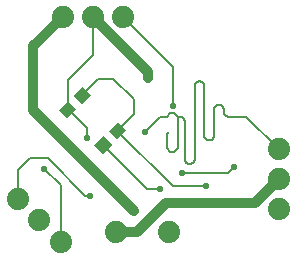
<source format=gbr>
G04 EAGLE Gerber RS-274X export*
G75*
%MOMM*%
%FSLAX34Y34*%
%LPD*%
%INBottom Copper*%
%IPPOS*%
%AMOC8*
5,1,8,0,0,1.08239X$1,22.5*%
G01*
G04 Define Apertures*
%ADD10C,1.879600*%
%ADD11R,1.100000X1.000000*%
%ADD12C,0.200000*%
%ADD13C,0.550000*%
%ADD14C,0.812800*%
%ADD15C,0.800000*%
D10*
X145000Y25000D03*
X100000Y25000D03*
X54600Y207500D03*
X80000Y207500D03*
X105400Y207500D03*
X237500Y95400D03*
X237500Y70000D03*
X237500Y44600D03*
D11*
G36*
X66414Y129343D02*
X58637Y121566D01*
X51566Y128637D01*
X59343Y136414D01*
X66414Y129343D01*
G37*
G36*
X78434Y141363D02*
X70657Y133586D01*
X63586Y140657D01*
X71363Y148434D01*
X78434Y141363D01*
G37*
G36*
X96414Y99343D02*
X88637Y91566D01*
X81566Y98637D01*
X89343Y106414D01*
X96414Y99343D01*
G37*
G36*
X108434Y111363D02*
X100657Y103586D01*
X93586Y110657D01*
X101363Y118434D01*
X108434Y111363D01*
G37*
D10*
X52961Y17039D03*
X35000Y35000D03*
X17039Y52961D03*
D12*
X88990Y98990D02*
X125979Y62000D01*
X137000Y62000D01*
D13*
X137000Y62000D03*
D12*
X75000Y112979D02*
X58990Y128990D01*
X75000Y112979D02*
X75000Y105000D01*
D13*
X75000Y105000D03*
D14*
X127000Y156000D02*
X127000Y160500D01*
X80000Y207500D01*
D15*
X127000Y156000D03*
D12*
X80000Y175000D02*
X80000Y207500D01*
X80000Y175000D02*
X58990Y153990D01*
X58990Y128990D01*
D14*
X217500Y50000D02*
X237500Y70000D01*
X217500Y50000D02*
X142500Y50000D01*
X117500Y25000D01*
X100000Y25000D01*
X29600Y182500D02*
X54600Y207500D01*
X29600Y182500D02*
X29600Y128400D01*
X115000Y43000D01*
D15*
X115000Y43000D03*
D13*
X78000Y56000D03*
D12*
X74000Y56000D01*
X42456Y87544D01*
X27118Y87544D01*
X17039Y77466D01*
X17039Y52961D01*
D13*
X200000Y80000D03*
X156000Y75000D03*
D12*
X195000Y75000D02*
X200000Y80000D01*
X195000Y75000D02*
X156000Y75000D01*
X115000Y125000D02*
X101010Y111010D01*
D13*
X176000Y64000D03*
D12*
X148021Y64000D01*
X101010Y111010D01*
X115000Y125000D02*
X115000Y137500D01*
X97500Y155000D01*
X85000Y155000D01*
X71010Y141010D01*
D13*
X124000Y110000D03*
D12*
X137000Y123000D01*
X143000Y123000D01*
X143000Y96000D02*
X146000Y93000D01*
X149000Y93000D01*
X152000Y96000D01*
X152000Y123000D01*
X146000Y126000D02*
X143000Y123000D01*
X146000Y126000D02*
X149000Y126000D01*
X152000Y123000D01*
X154000Y123000D01*
X154127Y122998D01*
X154254Y122992D01*
X154381Y122982D01*
X154507Y122969D01*
X154633Y122951D01*
X154758Y122930D01*
X154882Y122904D01*
X155006Y122875D01*
X155129Y122843D01*
X155251Y122806D01*
X155371Y122766D01*
X155490Y122721D01*
X155608Y122674D01*
X155724Y122622D01*
X155839Y122568D01*
X155952Y122509D01*
X156063Y122447D01*
X156172Y122382D01*
X156279Y122314D01*
X156383Y122242D01*
X156486Y122167D01*
X156586Y122089D01*
X156684Y122008D01*
X156779Y121923D01*
X156872Y121836D01*
X156961Y121747D01*
X157048Y121654D01*
X157133Y121559D01*
X157214Y121461D01*
X157292Y121361D01*
X157367Y121258D01*
X157439Y121154D01*
X157507Y121047D01*
X157572Y120938D01*
X157634Y120827D01*
X157693Y120714D01*
X157747Y120599D01*
X157799Y120483D01*
X157846Y120365D01*
X157891Y120246D01*
X157931Y120126D01*
X157968Y120004D01*
X158000Y119881D01*
X158029Y119757D01*
X158055Y119633D01*
X158076Y119508D01*
X158094Y119382D01*
X158107Y119256D01*
X158117Y119129D01*
X158123Y119002D01*
X158125Y118875D01*
X158125Y87125D01*
X158127Y86998D01*
X158133Y86871D01*
X158143Y86744D01*
X158156Y86618D01*
X158174Y86492D01*
X158195Y86367D01*
X158221Y86243D01*
X158250Y86119D01*
X158282Y85996D01*
X158319Y85874D01*
X158359Y85754D01*
X158404Y85635D01*
X158451Y85517D01*
X158503Y85401D01*
X158557Y85286D01*
X158616Y85173D01*
X158678Y85063D01*
X158743Y84953D01*
X158811Y84846D01*
X158883Y84742D01*
X158958Y84639D01*
X159036Y84539D01*
X159117Y84441D01*
X159202Y84346D01*
X159289Y84253D01*
X159378Y84164D01*
X159471Y84077D01*
X159566Y83992D01*
X159664Y83911D01*
X159764Y83833D01*
X159867Y83758D01*
X159971Y83686D01*
X160078Y83618D01*
X160188Y83553D01*
X160298Y83491D01*
X160411Y83432D01*
X160526Y83378D01*
X160642Y83326D01*
X160760Y83279D01*
X160879Y83234D01*
X160999Y83194D01*
X161121Y83157D01*
X161244Y83125D01*
X161368Y83096D01*
X161492Y83070D01*
X161617Y83049D01*
X161743Y83031D01*
X161869Y83018D01*
X161996Y83008D01*
X162123Y83002D01*
X162250Y83000D01*
X162377Y83002D01*
X162504Y83008D01*
X162631Y83018D01*
X162757Y83031D01*
X162883Y83049D01*
X163008Y83070D01*
X163132Y83096D01*
X163256Y83125D01*
X163379Y83157D01*
X163501Y83194D01*
X163621Y83234D01*
X163740Y83279D01*
X163858Y83326D01*
X163974Y83378D01*
X164089Y83432D01*
X164202Y83491D01*
X164313Y83553D01*
X164422Y83618D01*
X164529Y83686D01*
X164633Y83758D01*
X164736Y83833D01*
X164836Y83911D01*
X164934Y83992D01*
X165029Y84077D01*
X165122Y84164D01*
X165211Y84253D01*
X165298Y84346D01*
X165383Y84441D01*
X165464Y84539D01*
X165542Y84639D01*
X165617Y84742D01*
X165689Y84846D01*
X165757Y84953D01*
X165822Y85062D01*
X165884Y85173D01*
X165943Y85286D01*
X165997Y85401D01*
X166049Y85517D01*
X166096Y85635D01*
X166141Y85754D01*
X166181Y85874D01*
X166218Y85996D01*
X166250Y86119D01*
X166279Y86243D01*
X166305Y86367D01*
X166326Y86492D01*
X166344Y86618D01*
X166357Y86744D01*
X166367Y86871D01*
X166373Y86998D01*
X166375Y87125D01*
X166375Y148875D01*
X166377Y149002D01*
X166383Y149129D01*
X166393Y149256D01*
X166406Y149382D01*
X166424Y149508D01*
X166445Y149633D01*
X166471Y149757D01*
X166500Y149881D01*
X166532Y150004D01*
X166569Y150126D01*
X166609Y150246D01*
X166654Y150365D01*
X166701Y150483D01*
X166753Y150599D01*
X166807Y150714D01*
X166866Y150827D01*
X166928Y150938D01*
X166993Y151047D01*
X167061Y151154D01*
X167133Y151258D01*
X167208Y151361D01*
X167286Y151461D01*
X167367Y151559D01*
X167452Y151654D01*
X167539Y151747D01*
X167628Y151836D01*
X167721Y151923D01*
X167816Y152008D01*
X167914Y152089D01*
X168014Y152167D01*
X168117Y152242D01*
X168221Y152314D01*
X168328Y152382D01*
X168438Y152447D01*
X168548Y152509D01*
X168661Y152568D01*
X168776Y152622D01*
X168892Y152674D01*
X169010Y152721D01*
X169129Y152766D01*
X169249Y152806D01*
X169371Y152843D01*
X169494Y152875D01*
X169618Y152904D01*
X169742Y152930D01*
X169867Y152951D01*
X169993Y152969D01*
X170119Y152982D01*
X170246Y152992D01*
X170373Y152998D01*
X170500Y153000D01*
X170627Y152998D01*
X170754Y152992D01*
X170881Y152982D01*
X171007Y152969D01*
X171133Y152951D01*
X171258Y152930D01*
X171382Y152904D01*
X171506Y152875D01*
X171629Y152843D01*
X171751Y152806D01*
X171871Y152766D01*
X171990Y152721D01*
X172108Y152674D01*
X172224Y152622D01*
X172339Y152568D01*
X172452Y152509D01*
X172563Y152447D01*
X172672Y152382D01*
X172779Y152314D01*
X172883Y152242D01*
X172986Y152167D01*
X173086Y152089D01*
X173184Y152008D01*
X173279Y151923D01*
X173372Y151836D01*
X173461Y151747D01*
X173548Y151654D01*
X173633Y151559D01*
X173714Y151461D01*
X173792Y151361D01*
X173867Y151258D01*
X173939Y151154D01*
X174007Y151047D01*
X174072Y150938D01*
X174134Y150827D01*
X174193Y150714D01*
X174247Y150599D01*
X174299Y150483D01*
X174346Y150365D01*
X174391Y150246D01*
X174431Y150126D01*
X174468Y150004D01*
X174500Y149881D01*
X174529Y149757D01*
X174555Y149633D01*
X174576Y149508D01*
X174594Y149382D01*
X174607Y149256D01*
X174617Y149129D01*
X174623Y149002D01*
X174625Y148875D01*
X174625Y107125D01*
X174627Y106998D01*
X174633Y106871D01*
X174643Y106744D01*
X174656Y106618D01*
X174674Y106492D01*
X174695Y106367D01*
X174721Y106243D01*
X174750Y106119D01*
X174782Y105996D01*
X174819Y105874D01*
X174859Y105754D01*
X174904Y105635D01*
X174951Y105517D01*
X175003Y105401D01*
X175057Y105286D01*
X175116Y105173D01*
X175178Y105063D01*
X175243Y104953D01*
X175311Y104846D01*
X175383Y104742D01*
X175458Y104639D01*
X175536Y104539D01*
X175617Y104441D01*
X175702Y104346D01*
X175789Y104253D01*
X175878Y104164D01*
X175971Y104077D01*
X176066Y103992D01*
X176164Y103911D01*
X176264Y103833D01*
X176367Y103758D01*
X176471Y103686D01*
X176578Y103618D01*
X176688Y103553D01*
X176798Y103491D01*
X176911Y103432D01*
X177026Y103378D01*
X177142Y103326D01*
X177260Y103279D01*
X177379Y103234D01*
X177499Y103194D01*
X177621Y103157D01*
X177744Y103125D01*
X177868Y103096D01*
X177992Y103070D01*
X178117Y103049D01*
X178243Y103031D01*
X178369Y103018D01*
X178496Y103008D01*
X178623Y103002D01*
X178750Y103000D01*
X178877Y103002D01*
X179004Y103008D01*
X179131Y103018D01*
X179257Y103031D01*
X179383Y103049D01*
X179508Y103070D01*
X179632Y103096D01*
X179756Y103125D01*
X179879Y103157D01*
X180001Y103194D01*
X180121Y103234D01*
X180240Y103279D01*
X180358Y103326D01*
X180474Y103378D01*
X180589Y103432D01*
X180702Y103491D01*
X180813Y103553D01*
X180922Y103618D01*
X181029Y103686D01*
X181133Y103758D01*
X181236Y103833D01*
X181336Y103911D01*
X181434Y103992D01*
X181529Y104077D01*
X181622Y104164D01*
X181711Y104253D01*
X181798Y104346D01*
X181883Y104441D01*
X181964Y104539D01*
X182042Y104639D01*
X182117Y104742D01*
X182189Y104846D01*
X182257Y104953D01*
X182322Y105062D01*
X182384Y105173D01*
X182443Y105286D01*
X182497Y105401D01*
X182549Y105517D01*
X182596Y105635D01*
X182641Y105754D01*
X182681Y105874D01*
X182718Y105996D01*
X182750Y106119D01*
X182779Y106243D01*
X182805Y106367D01*
X182826Y106492D01*
X182844Y106618D01*
X182857Y106744D01*
X182867Y106871D01*
X182873Y106998D01*
X182875Y107125D01*
X182875Y128875D01*
X182877Y129002D01*
X182883Y129129D01*
X182893Y129256D01*
X182906Y129382D01*
X182924Y129508D01*
X182945Y129633D01*
X182971Y129757D01*
X183000Y129881D01*
X183032Y130004D01*
X183069Y130126D01*
X183109Y130246D01*
X183154Y130365D01*
X183201Y130483D01*
X183253Y130599D01*
X183307Y130714D01*
X183366Y130827D01*
X183428Y130938D01*
X183493Y131047D01*
X183561Y131154D01*
X183633Y131258D01*
X183708Y131361D01*
X183786Y131461D01*
X183867Y131559D01*
X183952Y131654D01*
X184039Y131747D01*
X184128Y131836D01*
X184221Y131923D01*
X184316Y132008D01*
X184414Y132089D01*
X184514Y132167D01*
X184617Y132242D01*
X184721Y132314D01*
X184828Y132382D01*
X184938Y132447D01*
X185048Y132509D01*
X185161Y132568D01*
X185276Y132622D01*
X185392Y132674D01*
X185510Y132721D01*
X185629Y132766D01*
X185749Y132806D01*
X185871Y132843D01*
X185994Y132875D01*
X186118Y132904D01*
X186242Y132930D01*
X186367Y132951D01*
X186493Y132969D01*
X186619Y132982D01*
X186746Y132992D01*
X186873Y132998D01*
X187000Y133000D01*
X187127Y132998D01*
X187254Y132992D01*
X187381Y132982D01*
X187507Y132969D01*
X187633Y132951D01*
X187758Y132930D01*
X187882Y132904D01*
X188006Y132875D01*
X188129Y132843D01*
X188251Y132806D01*
X188371Y132766D01*
X188490Y132721D01*
X188608Y132674D01*
X188724Y132622D01*
X188839Y132568D01*
X188952Y132509D01*
X189063Y132447D01*
X189172Y132382D01*
X189279Y132314D01*
X189383Y132242D01*
X189486Y132167D01*
X189586Y132089D01*
X189684Y132008D01*
X189779Y131923D01*
X189872Y131836D01*
X189961Y131747D01*
X190048Y131654D01*
X190133Y131559D01*
X190214Y131461D01*
X190292Y131361D01*
X190367Y131258D01*
X190439Y131154D01*
X190507Y131047D01*
X190572Y130938D01*
X190634Y130827D01*
X190693Y130714D01*
X190747Y130599D01*
X190799Y130483D01*
X190846Y130365D01*
X190891Y130246D01*
X190931Y130126D01*
X190968Y130004D01*
X191000Y129881D01*
X191029Y129757D01*
X191055Y129633D01*
X191076Y129508D01*
X191094Y129382D01*
X191107Y129256D01*
X191117Y129129D01*
X191123Y129002D01*
X191125Y128875D01*
X191125Y127125D01*
X191127Y126998D01*
X191133Y126871D01*
X191143Y126744D01*
X191156Y126618D01*
X191174Y126492D01*
X191195Y126367D01*
X191221Y126243D01*
X191250Y126119D01*
X191282Y125996D01*
X191319Y125874D01*
X191359Y125754D01*
X191404Y125635D01*
X191451Y125517D01*
X191503Y125401D01*
X191557Y125286D01*
X191616Y125173D01*
X191678Y125063D01*
X191743Y124953D01*
X191811Y124846D01*
X191883Y124742D01*
X191958Y124639D01*
X192036Y124539D01*
X192117Y124441D01*
X192202Y124346D01*
X192289Y124253D01*
X192378Y124164D01*
X192471Y124077D01*
X192566Y123992D01*
X192664Y123911D01*
X192764Y123833D01*
X192867Y123758D01*
X192971Y123686D01*
X193078Y123618D01*
X193188Y123553D01*
X193298Y123491D01*
X193411Y123432D01*
X193526Y123378D01*
X193642Y123326D01*
X193760Y123279D01*
X193879Y123234D01*
X193999Y123194D01*
X194121Y123157D01*
X194244Y123125D01*
X194368Y123096D01*
X194492Y123070D01*
X194617Y123049D01*
X194743Y123031D01*
X194869Y123018D01*
X194996Y123008D01*
X195123Y123002D01*
X195250Y123000D01*
X209900Y123000D01*
X143000Y108000D02*
X143000Y96000D01*
X143000Y108000D02*
X145000Y110000D01*
X209900Y123000D02*
X237500Y95400D01*
X52961Y65040D02*
X52961Y17039D01*
X52961Y65040D02*
X39000Y79000D01*
D13*
X39000Y79000D03*
X148000Y132000D03*
D12*
X148000Y164900D01*
X105400Y207500D01*
M02*

</source>
